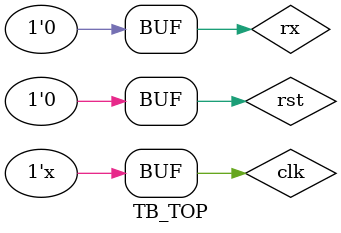
<source format=v>
`timescale 1ns / 1ps


module TB_TOP;

	// Inputs
	reg clk;
	reg rst;
	reg rx;

	// Outputs
	wire tx;

	// Instantiate the Unit Under Test (UUT)
	TOP uut (
		.clk(clk), 
		.rst(rst), 
		.rx(rx), 
		.tx(tx)
	);

	initial begin
		// Initialize Inputs
		clk = 0;
		rst = 0;
		rx = 0;

		// Wait 100 ns for global reset to finish
		#100;
        
		// Add stimulus here
		

	end
	always
	#10 clk=~clk;
      
endmodule


</source>
